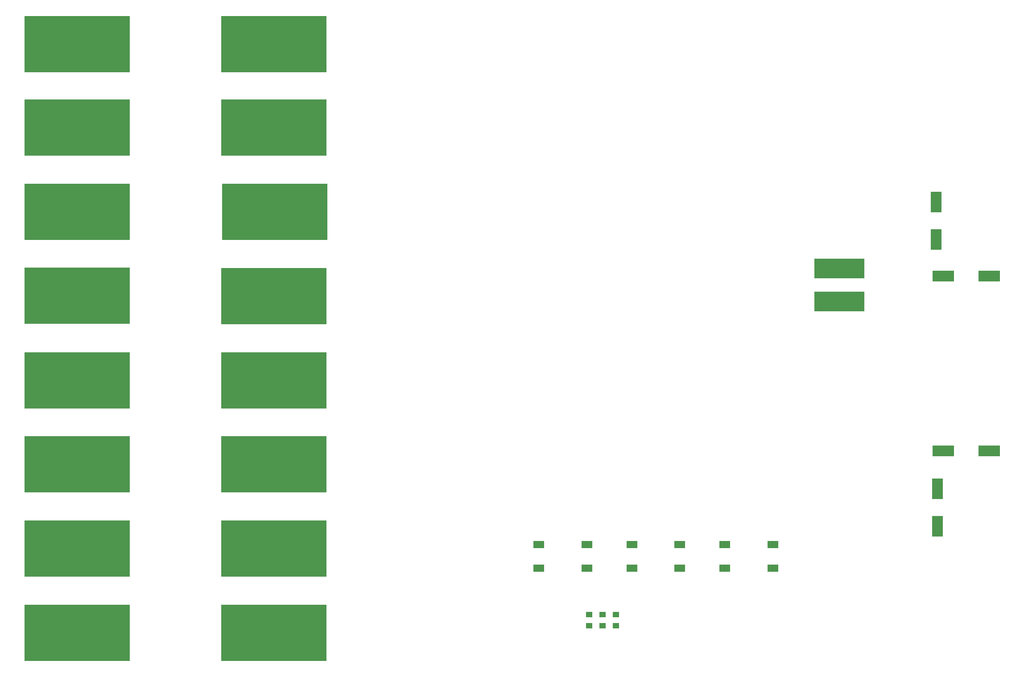
<source format=gbr>
%TF.GenerationSoftware,Altium Limited,Altium Designer,21.6.4 (81)*%
G04 Layer_Color=8421504*
%FSLAX43Y43*%
%MOMM*%
%TF.SameCoordinates,5D8205C6-A8A5-4108-8313-488A8EE5113E*%
%TF.FilePolarity,Positive*%
%TF.FileFunction,Paste,Top*%
%TF.Part,Single*%
G01*
G75*
%TA.AperFunction,SMDPad,CuDef*%
%ADD10R,9.500X3.750*%
%ADD11R,1.200X1.100*%
%ADD12R,2.108X1.397*%
%ADD13R,4.100X2.000*%
%ADD14R,2.000X4.000*%
%TA.AperFunction,NonConductor*%
%ADD113R,20.066X10.668*%
D10*
X194945Y116255D02*
D03*
Y122505D02*
D03*
D11*
X152527Y56803D02*
D03*
Y54703D02*
D03*
X149987D02*
D03*
Y56803D02*
D03*
X147447Y54703D02*
D03*
Y56803D02*
D03*
D12*
X147041Y65583D02*
D03*
Y70053D02*
D03*
X137947D02*
D03*
Y65583D02*
D03*
X182347D02*
D03*
Y70053D02*
D03*
X173253D02*
D03*
Y65583D02*
D03*
X164694D02*
D03*
Y70053D02*
D03*
X155600D02*
D03*
Y65583D02*
D03*
D13*
X223393Y121031D02*
D03*
X214693D02*
D03*
X223393Y87884D02*
D03*
X214693D02*
D03*
D14*
X213614Y80633D02*
D03*
Y73533D02*
D03*
X213360Y128022D02*
D03*
Y135122D02*
D03*
D113*
X87630Y85344D02*
D03*
Y69342D02*
D03*
Y53340D02*
D03*
Y101219D02*
D03*
Y117221D02*
D03*
X87757Y133223D02*
D03*
X87630Y149225D02*
D03*
X50292Y53340D02*
D03*
Y69342D02*
D03*
Y85344D02*
D03*
Y101219D02*
D03*
Y117348D02*
D03*
Y133223D02*
D03*
Y149225D02*
D03*
X87630Y165100D02*
D03*
X50292D02*
D03*
%TF.MD5,12724d8eafdcfc4d9094c98d7ba33341*%
M02*

</source>
